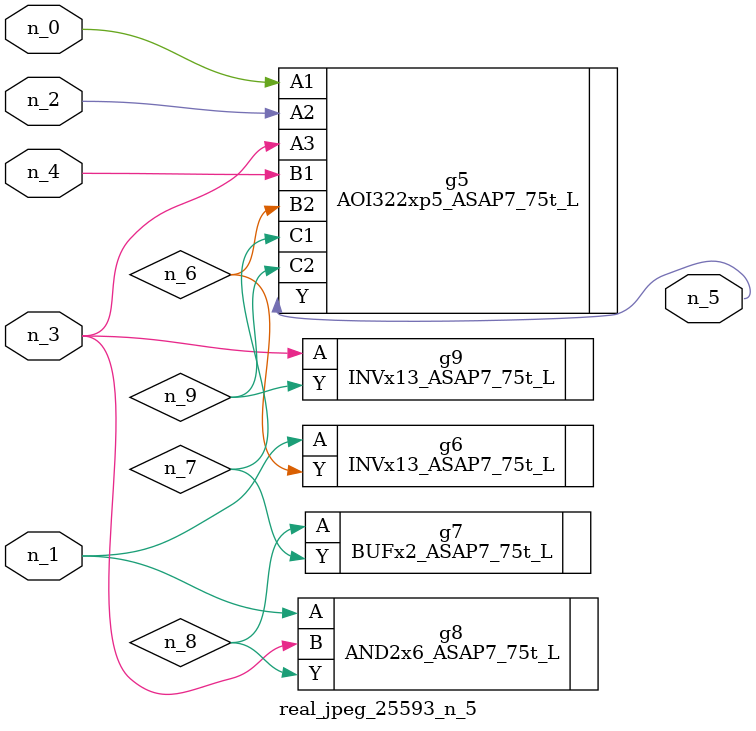
<source format=v>
module real_jpeg_25593_n_5 (n_4, n_0, n_1, n_2, n_3, n_5);

input n_4;
input n_0;
input n_1;
input n_2;
input n_3;

output n_5;

wire n_8;
wire n_6;
wire n_7;
wire n_9;

AOI322xp5_ASAP7_75t_L g5 ( 
.A1(n_0),
.A2(n_2),
.A3(n_3),
.B1(n_4),
.B2(n_6),
.C1(n_7),
.C2(n_9),
.Y(n_5)
);

INVx13_ASAP7_75t_L g6 ( 
.A(n_1),
.Y(n_6)
);

AND2x6_ASAP7_75t_L g8 ( 
.A(n_1),
.B(n_3),
.Y(n_8)
);

INVx13_ASAP7_75t_L g9 ( 
.A(n_3),
.Y(n_9)
);

BUFx2_ASAP7_75t_L g7 ( 
.A(n_8),
.Y(n_7)
);


endmodule
</source>
